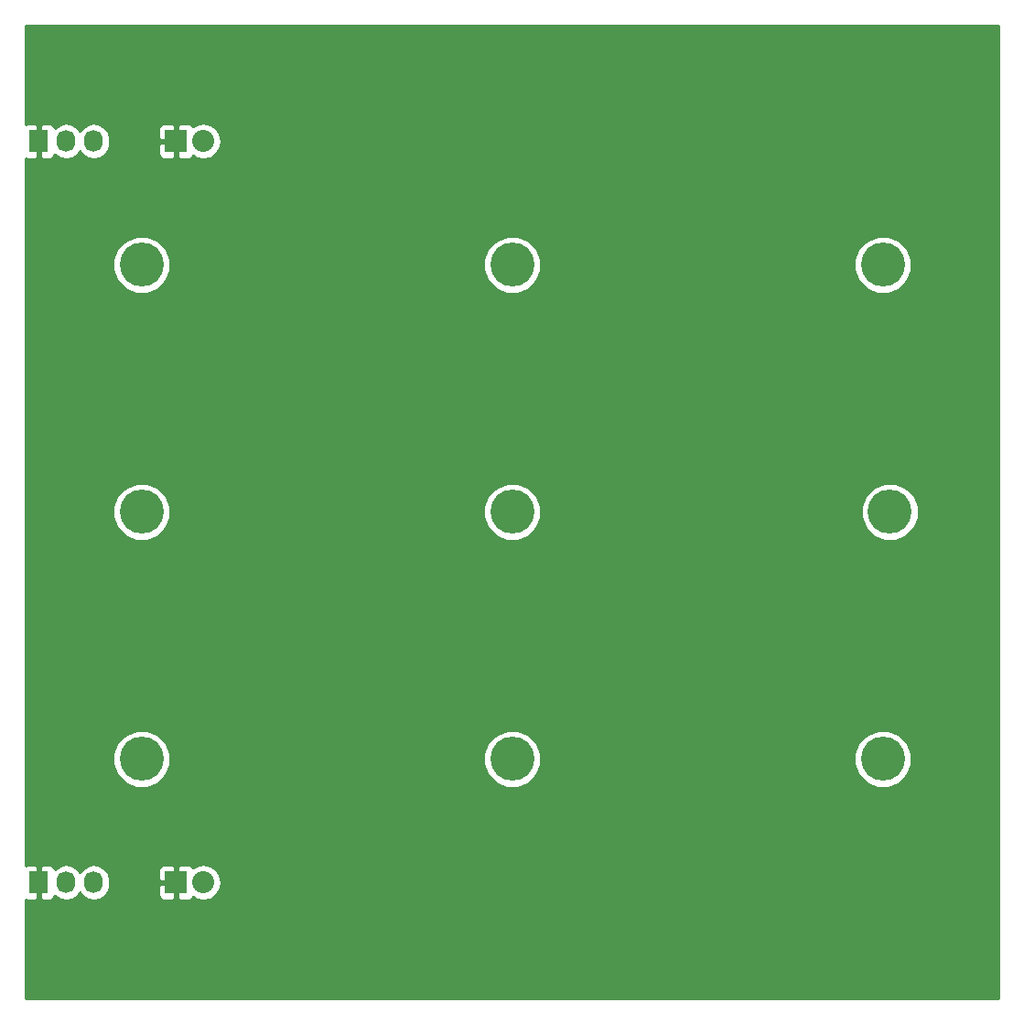
<source format=gbl>
G04 #@! TF.FileFunction,Copper,L2,Bot,Signal*
%FSLAX46Y46*%
G04 Gerber Fmt 4.6, Leading zero omitted, Abs format (unit mm)*
G04 Created by KiCad (PCBNEW 4.0.2+e4-6225~38~ubuntu15.10.1-stable) date Sat 25 Jun 2016 03:23:57 PM EDT*
%MOMM*%
G01*
G04 APERTURE LIST*
%ADD10C,0.100000*%
%ADD11R,2.032000X2.032000*%
%ADD12O,2.032000X2.032000*%
%ADD13R,1.727200X2.032000*%
%ADD14O,1.727200X2.032000*%
%ADD15C,4.064000*%
%ADD16C,0.600000*%
%ADD17C,0.254000*%
G04 APERTURE END LIST*
D10*
D11*
X14605000Y80010000D03*
D12*
X17145000Y80010000D03*
D13*
X1905000Y80010000D03*
D14*
X4445000Y80010000D03*
X6985000Y80010000D03*
D13*
X1905000Y11430000D03*
D14*
X4445000Y11430000D03*
X6985000Y11430000D03*
D11*
X14605000Y11430000D03*
D12*
X17145000Y11430000D03*
D15*
X45720000Y68580000D03*
X80010000Y68580000D03*
X11430000Y68580000D03*
X45720000Y45720000D03*
X45720000Y22860000D03*
X80645000Y45720000D03*
X80010000Y22860000D03*
X11430000Y22860000D03*
X11430000Y45720000D03*
D16*
X76835000Y10160000D03*
X83185000Y12700000D03*
X76835000Y33020000D03*
X83185000Y35560000D03*
X76835000Y78740000D03*
X83185000Y81280000D03*
X76835000Y55880000D03*
X71755000Y58420000D03*
X83185000Y58420000D03*
X88265000Y10160000D03*
X71755000Y12700000D03*
X60325000Y12700000D03*
X48895000Y12700000D03*
X37465000Y12700000D03*
X26035000Y12700000D03*
X88265000Y33020000D03*
X71755000Y35560000D03*
X60325000Y35560000D03*
X48895000Y35560000D03*
X37465000Y35560000D03*
X26035000Y35560000D03*
X14605000Y35560000D03*
X3175000Y35560000D03*
X88265000Y55880000D03*
X60325000Y58420000D03*
X48895000Y58420000D03*
X37465000Y58420000D03*
X3175000Y58420000D03*
X26035000Y58420000D03*
X14605000Y58420000D03*
X88265000Y78740000D03*
X71755000Y81280000D03*
X60325000Y81280000D03*
X48895000Y81280000D03*
X37465000Y81280000D03*
X26035000Y81280000D03*
D17*
G36*
X90730000Y710000D02*
X710000Y710000D01*
X710000Y9863951D01*
X915090Y9779000D01*
X1619250Y9779000D01*
X1778000Y9937750D01*
X1778000Y11303000D01*
X1758000Y11303000D01*
X1758000Y11557000D01*
X1778000Y11557000D01*
X1778000Y12922250D01*
X2032000Y12922250D01*
X2032000Y11557000D01*
X2052000Y11557000D01*
X2052000Y11303000D01*
X2032000Y11303000D01*
X2032000Y9937750D01*
X2190750Y9779000D01*
X2894910Y9779000D01*
X3128299Y9875673D01*
X3306927Y10054302D01*
X3370500Y10207780D01*
X3385330Y10185585D01*
X3871511Y9860729D01*
X4445000Y9746655D01*
X5018489Y9860729D01*
X5504670Y10185585D01*
X5715000Y10500366D01*
X5925330Y10185585D01*
X6411511Y9860729D01*
X6985000Y9746655D01*
X7558489Y9860729D01*
X8044670Y10185585D01*
X8369526Y10671766D01*
X8463508Y11144250D01*
X12954000Y11144250D01*
X12954000Y10287691D01*
X13050673Y10054302D01*
X13229301Y9875673D01*
X13462690Y9779000D01*
X14319250Y9779000D01*
X14478000Y9937750D01*
X14478000Y11303000D01*
X13112750Y11303000D01*
X12954000Y11144250D01*
X8463508Y11144250D01*
X8483600Y11245255D01*
X8483600Y11614745D01*
X8369526Y12188234D01*
X8112896Y12572309D01*
X12954000Y12572309D01*
X12954000Y11715750D01*
X13112750Y11557000D01*
X14478000Y11557000D01*
X14478000Y12922250D01*
X14732000Y12922250D01*
X14732000Y11557000D01*
X14752000Y11557000D01*
X14752000Y11303000D01*
X14732000Y11303000D01*
X14732000Y9937750D01*
X14890750Y9779000D01*
X15747310Y9779000D01*
X15980699Y9875673D01*
X16159327Y10054302D01*
X16176999Y10096966D01*
X16513190Y9872330D01*
X17145000Y9746655D01*
X17776810Y9872330D01*
X18312433Y10230222D01*
X18670325Y10765845D01*
X18796000Y11397655D01*
X18796000Y11462345D01*
X18670325Y12094155D01*
X18312433Y12629778D01*
X17776810Y12987670D01*
X17145000Y13113345D01*
X16513190Y12987670D01*
X16176999Y12763034D01*
X16159327Y12805698D01*
X15980699Y12984327D01*
X15747310Y13081000D01*
X14890750Y13081000D01*
X14732000Y12922250D01*
X14478000Y12922250D01*
X14319250Y13081000D01*
X13462690Y13081000D01*
X13229301Y12984327D01*
X13050673Y12805698D01*
X12954000Y12572309D01*
X8112896Y12572309D01*
X8044670Y12674415D01*
X7558489Y12999271D01*
X6985000Y13113345D01*
X6411511Y12999271D01*
X5925330Y12674415D01*
X5715000Y12359634D01*
X5504670Y12674415D01*
X5018489Y12999271D01*
X4445000Y13113345D01*
X3871511Y12999271D01*
X3385330Y12674415D01*
X3370500Y12652220D01*
X3306927Y12805698D01*
X3128299Y12984327D01*
X2894910Y13081000D01*
X2190750Y13081000D01*
X2032000Y12922250D01*
X1778000Y12922250D01*
X1619250Y13081000D01*
X915090Y13081000D01*
X710000Y12996049D01*
X710000Y22331828D01*
X8762538Y22331828D01*
X9167709Y21351239D01*
X9917293Y20600345D01*
X10897173Y20193464D01*
X11958172Y20192538D01*
X12938761Y20597709D01*
X13689655Y21347293D01*
X14096536Y22327173D01*
X14096540Y22331828D01*
X43052538Y22331828D01*
X43457709Y21351239D01*
X44207293Y20600345D01*
X45187173Y20193464D01*
X46248172Y20192538D01*
X47228761Y20597709D01*
X47979655Y21347293D01*
X48386536Y22327173D01*
X48386540Y22331828D01*
X77342538Y22331828D01*
X77747709Y21351239D01*
X78497293Y20600345D01*
X79477173Y20193464D01*
X80538172Y20192538D01*
X81518761Y20597709D01*
X82269655Y21347293D01*
X82676536Y22327173D01*
X82677462Y23388172D01*
X82272291Y24368761D01*
X81522707Y25119655D01*
X80542827Y25526536D01*
X79481828Y25527462D01*
X78501239Y25122291D01*
X77750345Y24372707D01*
X77343464Y23392827D01*
X77342538Y22331828D01*
X48386540Y22331828D01*
X48387462Y23388172D01*
X47982291Y24368761D01*
X47232707Y25119655D01*
X46252827Y25526536D01*
X45191828Y25527462D01*
X44211239Y25122291D01*
X43460345Y24372707D01*
X43053464Y23392827D01*
X43052538Y22331828D01*
X14096540Y22331828D01*
X14097462Y23388172D01*
X13692291Y24368761D01*
X12942707Y25119655D01*
X11962827Y25526536D01*
X10901828Y25527462D01*
X9921239Y25122291D01*
X9170345Y24372707D01*
X8763464Y23392827D01*
X8762538Y22331828D01*
X710000Y22331828D01*
X710000Y45191828D01*
X8762538Y45191828D01*
X9167709Y44211239D01*
X9917293Y43460345D01*
X10897173Y43053464D01*
X11958172Y43052538D01*
X12938761Y43457709D01*
X13689655Y44207293D01*
X14096536Y45187173D01*
X14096540Y45191828D01*
X43052538Y45191828D01*
X43457709Y44211239D01*
X44207293Y43460345D01*
X45187173Y43053464D01*
X46248172Y43052538D01*
X47228761Y43457709D01*
X47979655Y44207293D01*
X48386536Y45187173D01*
X48386540Y45191828D01*
X77977538Y45191828D01*
X78382709Y44211239D01*
X79132293Y43460345D01*
X80112173Y43053464D01*
X81173172Y43052538D01*
X82153761Y43457709D01*
X82904655Y44207293D01*
X83311536Y45187173D01*
X83312462Y46248172D01*
X82907291Y47228761D01*
X82157707Y47979655D01*
X81177827Y48386536D01*
X80116828Y48387462D01*
X79136239Y47982291D01*
X78385345Y47232707D01*
X77978464Y46252827D01*
X77977538Y45191828D01*
X48386540Y45191828D01*
X48387462Y46248172D01*
X47982291Y47228761D01*
X47232707Y47979655D01*
X46252827Y48386536D01*
X45191828Y48387462D01*
X44211239Y47982291D01*
X43460345Y47232707D01*
X43053464Y46252827D01*
X43052538Y45191828D01*
X14096540Y45191828D01*
X14097462Y46248172D01*
X13692291Y47228761D01*
X12942707Y47979655D01*
X11962827Y48386536D01*
X10901828Y48387462D01*
X9921239Y47982291D01*
X9170345Y47232707D01*
X8763464Y46252827D01*
X8762538Y45191828D01*
X710000Y45191828D01*
X710000Y68051828D01*
X8762538Y68051828D01*
X9167709Y67071239D01*
X9917293Y66320345D01*
X10897173Y65913464D01*
X11958172Y65912538D01*
X12938761Y66317709D01*
X13689655Y67067293D01*
X14096536Y68047173D01*
X14096540Y68051828D01*
X43052538Y68051828D01*
X43457709Y67071239D01*
X44207293Y66320345D01*
X45187173Y65913464D01*
X46248172Y65912538D01*
X47228761Y66317709D01*
X47979655Y67067293D01*
X48386536Y68047173D01*
X48386540Y68051828D01*
X77342538Y68051828D01*
X77747709Y67071239D01*
X78497293Y66320345D01*
X79477173Y65913464D01*
X80538172Y65912538D01*
X81518761Y66317709D01*
X82269655Y67067293D01*
X82676536Y68047173D01*
X82677462Y69108172D01*
X82272291Y70088761D01*
X81522707Y70839655D01*
X80542827Y71246536D01*
X79481828Y71247462D01*
X78501239Y70842291D01*
X77750345Y70092707D01*
X77343464Y69112827D01*
X77342538Y68051828D01*
X48386540Y68051828D01*
X48387462Y69108172D01*
X47982291Y70088761D01*
X47232707Y70839655D01*
X46252827Y71246536D01*
X45191828Y71247462D01*
X44211239Y70842291D01*
X43460345Y70092707D01*
X43053464Y69112827D01*
X43052538Y68051828D01*
X14096540Y68051828D01*
X14097462Y69108172D01*
X13692291Y70088761D01*
X12942707Y70839655D01*
X11962827Y71246536D01*
X10901828Y71247462D01*
X9921239Y70842291D01*
X9170345Y70092707D01*
X8763464Y69112827D01*
X8762538Y68051828D01*
X710000Y68051828D01*
X710000Y78443951D01*
X915090Y78359000D01*
X1619250Y78359000D01*
X1778000Y78517750D01*
X1778000Y79883000D01*
X1758000Y79883000D01*
X1758000Y80137000D01*
X1778000Y80137000D01*
X1778000Y81502250D01*
X2032000Y81502250D01*
X2032000Y80137000D01*
X2052000Y80137000D01*
X2052000Y79883000D01*
X2032000Y79883000D01*
X2032000Y78517750D01*
X2190750Y78359000D01*
X2894910Y78359000D01*
X3128299Y78455673D01*
X3306927Y78634302D01*
X3370500Y78787780D01*
X3385330Y78765585D01*
X3871511Y78440729D01*
X4445000Y78326655D01*
X5018489Y78440729D01*
X5504670Y78765585D01*
X5715000Y79080366D01*
X5925330Y78765585D01*
X6411511Y78440729D01*
X6985000Y78326655D01*
X7558489Y78440729D01*
X8044670Y78765585D01*
X8369526Y79251766D01*
X8463508Y79724250D01*
X12954000Y79724250D01*
X12954000Y78867691D01*
X13050673Y78634302D01*
X13229301Y78455673D01*
X13462690Y78359000D01*
X14319250Y78359000D01*
X14478000Y78517750D01*
X14478000Y79883000D01*
X13112750Y79883000D01*
X12954000Y79724250D01*
X8463508Y79724250D01*
X8483600Y79825255D01*
X8483600Y80194745D01*
X8369526Y80768234D01*
X8112896Y81152309D01*
X12954000Y81152309D01*
X12954000Y80295750D01*
X13112750Y80137000D01*
X14478000Y80137000D01*
X14478000Y81502250D01*
X14732000Y81502250D01*
X14732000Y80137000D01*
X14752000Y80137000D01*
X14752000Y79883000D01*
X14732000Y79883000D01*
X14732000Y78517750D01*
X14890750Y78359000D01*
X15747310Y78359000D01*
X15980699Y78455673D01*
X16159327Y78634302D01*
X16176999Y78676966D01*
X16513190Y78452330D01*
X17145000Y78326655D01*
X17776810Y78452330D01*
X18312433Y78810222D01*
X18670325Y79345845D01*
X18796000Y79977655D01*
X18796000Y80042345D01*
X18670325Y80674155D01*
X18312433Y81209778D01*
X17776810Y81567670D01*
X17145000Y81693345D01*
X16513190Y81567670D01*
X16176999Y81343034D01*
X16159327Y81385698D01*
X15980699Y81564327D01*
X15747310Y81661000D01*
X14890750Y81661000D01*
X14732000Y81502250D01*
X14478000Y81502250D01*
X14319250Y81661000D01*
X13462690Y81661000D01*
X13229301Y81564327D01*
X13050673Y81385698D01*
X12954000Y81152309D01*
X8112896Y81152309D01*
X8044670Y81254415D01*
X7558489Y81579271D01*
X6985000Y81693345D01*
X6411511Y81579271D01*
X5925330Y81254415D01*
X5715000Y80939634D01*
X5504670Y81254415D01*
X5018489Y81579271D01*
X4445000Y81693345D01*
X3871511Y81579271D01*
X3385330Y81254415D01*
X3370500Y81232220D01*
X3306927Y81385698D01*
X3128299Y81564327D01*
X2894910Y81661000D01*
X2190750Y81661000D01*
X2032000Y81502250D01*
X1778000Y81502250D01*
X1619250Y81661000D01*
X915090Y81661000D01*
X710000Y81576049D01*
X710000Y90730000D01*
X90730000Y90730000D01*
X90730000Y710000D01*
X90730000Y710000D01*
G37*
X90730000Y710000D02*
X710000Y710000D01*
X710000Y9863951D01*
X915090Y9779000D01*
X1619250Y9779000D01*
X1778000Y9937750D01*
X1778000Y11303000D01*
X1758000Y11303000D01*
X1758000Y11557000D01*
X1778000Y11557000D01*
X1778000Y12922250D01*
X2032000Y12922250D01*
X2032000Y11557000D01*
X2052000Y11557000D01*
X2052000Y11303000D01*
X2032000Y11303000D01*
X2032000Y9937750D01*
X2190750Y9779000D01*
X2894910Y9779000D01*
X3128299Y9875673D01*
X3306927Y10054302D01*
X3370500Y10207780D01*
X3385330Y10185585D01*
X3871511Y9860729D01*
X4445000Y9746655D01*
X5018489Y9860729D01*
X5504670Y10185585D01*
X5715000Y10500366D01*
X5925330Y10185585D01*
X6411511Y9860729D01*
X6985000Y9746655D01*
X7558489Y9860729D01*
X8044670Y10185585D01*
X8369526Y10671766D01*
X8463508Y11144250D01*
X12954000Y11144250D01*
X12954000Y10287691D01*
X13050673Y10054302D01*
X13229301Y9875673D01*
X13462690Y9779000D01*
X14319250Y9779000D01*
X14478000Y9937750D01*
X14478000Y11303000D01*
X13112750Y11303000D01*
X12954000Y11144250D01*
X8463508Y11144250D01*
X8483600Y11245255D01*
X8483600Y11614745D01*
X8369526Y12188234D01*
X8112896Y12572309D01*
X12954000Y12572309D01*
X12954000Y11715750D01*
X13112750Y11557000D01*
X14478000Y11557000D01*
X14478000Y12922250D01*
X14732000Y12922250D01*
X14732000Y11557000D01*
X14752000Y11557000D01*
X14752000Y11303000D01*
X14732000Y11303000D01*
X14732000Y9937750D01*
X14890750Y9779000D01*
X15747310Y9779000D01*
X15980699Y9875673D01*
X16159327Y10054302D01*
X16176999Y10096966D01*
X16513190Y9872330D01*
X17145000Y9746655D01*
X17776810Y9872330D01*
X18312433Y10230222D01*
X18670325Y10765845D01*
X18796000Y11397655D01*
X18796000Y11462345D01*
X18670325Y12094155D01*
X18312433Y12629778D01*
X17776810Y12987670D01*
X17145000Y13113345D01*
X16513190Y12987670D01*
X16176999Y12763034D01*
X16159327Y12805698D01*
X15980699Y12984327D01*
X15747310Y13081000D01*
X14890750Y13081000D01*
X14732000Y12922250D01*
X14478000Y12922250D01*
X14319250Y13081000D01*
X13462690Y13081000D01*
X13229301Y12984327D01*
X13050673Y12805698D01*
X12954000Y12572309D01*
X8112896Y12572309D01*
X8044670Y12674415D01*
X7558489Y12999271D01*
X6985000Y13113345D01*
X6411511Y12999271D01*
X5925330Y12674415D01*
X5715000Y12359634D01*
X5504670Y12674415D01*
X5018489Y12999271D01*
X4445000Y13113345D01*
X3871511Y12999271D01*
X3385330Y12674415D01*
X3370500Y12652220D01*
X3306927Y12805698D01*
X3128299Y12984327D01*
X2894910Y13081000D01*
X2190750Y13081000D01*
X2032000Y12922250D01*
X1778000Y12922250D01*
X1619250Y13081000D01*
X915090Y13081000D01*
X710000Y12996049D01*
X710000Y22331828D01*
X8762538Y22331828D01*
X9167709Y21351239D01*
X9917293Y20600345D01*
X10897173Y20193464D01*
X11958172Y20192538D01*
X12938761Y20597709D01*
X13689655Y21347293D01*
X14096536Y22327173D01*
X14096540Y22331828D01*
X43052538Y22331828D01*
X43457709Y21351239D01*
X44207293Y20600345D01*
X45187173Y20193464D01*
X46248172Y20192538D01*
X47228761Y20597709D01*
X47979655Y21347293D01*
X48386536Y22327173D01*
X48386540Y22331828D01*
X77342538Y22331828D01*
X77747709Y21351239D01*
X78497293Y20600345D01*
X79477173Y20193464D01*
X80538172Y20192538D01*
X81518761Y20597709D01*
X82269655Y21347293D01*
X82676536Y22327173D01*
X82677462Y23388172D01*
X82272291Y24368761D01*
X81522707Y25119655D01*
X80542827Y25526536D01*
X79481828Y25527462D01*
X78501239Y25122291D01*
X77750345Y24372707D01*
X77343464Y23392827D01*
X77342538Y22331828D01*
X48386540Y22331828D01*
X48387462Y23388172D01*
X47982291Y24368761D01*
X47232707Y25119655D01*
X46252827Y25526536D01*
X45191828Y25527462D01*
X44211239Y25122291D01*
X43460345Y24372707D01*
X43053464Y23392827D01*
X43052538Y22331828D01*
X14096540Y22331828D01*
X14097462Y23388172D01*
X13692291Y24368761D01*
X12942707Y25119655D01*
X11962827Y25526536D01*
X10901828Y25527462D01*
X9921239Y25122291D01*
X9170345Y24372707D01*
X8763464Y23392827D01*
X8762538Y22331828D01*
X710000Y22331828D01*
X710000Y45191828D01*
X8762538Y45191828D01*
X9167709Y44211239D01*
X9917293Y43460345D01*
X10897173Y43053464D01*
X11958172Y43052538D01*
X12938761Y43457709D01*
X13689655Y44207293D01*
X14096536Y45187173D01*
X14096540Y45191828D01*
X43052538Y45191828D01*
X43457709Y44211239D01*
X44207293Y43460345D01*
X45187173Y43053464D01*
X46248172Y43052538D01*
X47228761Y43457709D01*
X47979655Y44207293D01*
X48386536Y45187173D01*
X48386540Y45191828D01*
X77977538Y45191828D01*
X78382709Y44211239D01*
X79132293Y43460345D01*
X80112173Y43053464D01*
X81173172Y43052538D01*
X82153761Y43457709D01*
X82904655Y44207293D01*
X83311536Y45187173D01*
X83312462Y46248172D01*
X82907291Y47228761D01*
X82157707Y47979655D01*
X81177827Y48386536D01*
X80116828Y48387462D01*
X79136239Y47982291D01*
X78385345Y47232707D01*
X77978464Y46252827D01*
X77977538Y45191828D01*
X48386540Y45191828D01*
X48387462Y46248172D01*
X47982291Y47228761D01*
X47232707Y47979655D01*
X46252827Y48386536D01*
X45191828Y48387462D01*
X44211239Y47982291D01*
X43460345Y47232707D01*
X43053464Y46252827D01*
X43052538Y45191828D01*
X14096540Y45191828D01*
X14097462Y46248172D01*
X13692291Y47228761D01*
X12942707Y47979655D01*
X11962827Y48386536D01*
X10901828Y48387462D01*
X9921239Y47982291D01*
X9170345Y47232707D01*
X8763464Y46252827D01*
X8762538Y45191828D01*
X710000Y45191828D01*
X710000Y68051828D01*
X8762538Y68051828D01*
X9167709Y67071239D01*
X9917293Y66320345D01*
X10897173Y65913464D01*
X11958172Y65912538D01*
X12938761Y66317709D01*
X13689655Y67067293D01*
X14096536Y68047173D01*
X14096540Y68051828D01*
X43052538Y68051828D01*
X43457709Y67071239D01*
X44207293Y66320345D01*
X45187173Y65913464D01*
X46248172Y65912538D01*
X47228761Y66317709D01*
X47979655Y67067293D01*
X48386536Y68047173D01*
X48386540Y68051828D01*
X77342538Y68051828D01*
X77747709Y67071239D01*
X78497293Y66320345D01*
X79477173Y65913464D01*
X80538172Y65912538D01*
X81518761Y66317709D01*
X82269655Y67067293D01*
X82676536Y68047173D01*
X82677462Y69108172D01*
X82272291Y70088761D01*
X81522707Y70839655D01*
X80542827Y71246536D01*
X79481828Y71247462D01*
X78501239Y70842291D01*
X77750345Y70092707D01*
X77343464Y69112827D01*
X77342538Y68051828D01*
X48386540Y68051828D01*
X48387462Y69108172D01*
X47982291Y70088761D01*
X47232707Y70839655D01*
X46252827Y71246536D01*
X45191828Y71247462D01*
X44211239Y70842291D01*
X43460345Y70092707D01*
X43053464Y69112827D01*
X43052538Y68051828D01*
X14096540Y68051828D01*
X14097462Y69108172D01*
X13692291Y70088761D01*
X12942707Y70839655D01*
X11962827Y71246536D01*
X10901828Y71247462D01*
X9921239Y70842291D01*
X9170345Y70092707D01*
X8763464Y69112827D01*
X8762538Y68051828D01*
X710000Y68051828D01*
X710000Y78443951D01*
X915090Y78359000D01*
X1619250Y78359000D01*
X1778000Y78517750D01*
X1778000Y79883000D01*
X1758000Y79883000D01*
X1758000Y80137000D01*
X1778000Y80137000D01*
X1778000Y81502250D01*
X2032000Y81502250D01*
X2032000Y80137000D01*
X2052000Y80137000D01*
X2052000Y79883000D01*
X2032000Y79883000D01*
X2032000Y78517750D01*
X2190750Y78359000D01*
X2894910Y78359000D01*
X3128299Y78455673D01*
X3306927Y78634302D01*
X3370500Y78787780D01*
X3385330Y78765585D01*
X3871511Y78440729D01*
X4445000Y78326655D01*
X5018489Y78440729D01*
X5504670Y78765585D01*
X5715000Y79080366D01*
X5925330Y78765585D01*
X6411511Y78440729D01*
X6985000Y78326655D01*
X7558489Y78440729D01*
X8044670Y78765585D01*
X8369526Y79251766D01*
X8463508Y79724250D01*
X12954000Y79724250D01*
X12954000Y78867691D01*
X13050673Y78634302D01*
X13229301Y78455673D01*
X13462690Y78359000D01*
X14319250Y78359000D01*
X14478000Y78517750D01*
X14478000Y79883000D01*
X13112750Y79883000D01*
X12954000Y79724250D01*
X8463508Y79724250D01*
X8483600Y79825255D01*
X8483600Y80194745D01*
X8369526Y80768234D01*
X8112896Y81152309D01*
X12954000Y81152309D01*
X12954000Y80295750D01*
X13112750Y80137000D01*
X14478000Y80137000D01*
X14478000Y81502250D01*
X14732000Y81502250D01*
X14732000Y80137000D01*
X14752000Y80137000D01*
X14752000Y79883000D01*
X14732000Y79883000D01*
X14732000Y78517750D01*
X14890750Y78359000D01*
X15747310Y78359000D01*
X15980699Y78455673D01*
X16159327Y78634302D01*
X16176999Y78676966D01*
X16513190Y78452330D01*
X17145000Y78326655D01*
X17776810Y78452330D01*
X18312433Y78810222D01*
X18670325Y79345845D01*
X18796000Y79977655D01*
X18796000Y80042345D01*
X18670325Y80674155D01*
X18312433Y81209778D01*
X17776810Y81567670D01*
X17145000Y81693345D01*
X16513190Y81567670D01*
X16176999Y81343034D01*
X16159327Y81385698D01*
X15980699Y81564327D01*
X15747310Y81661000D01*
X14890750Y81661000D01*
X14732000Y81502250D01*
X14478000Y81502250D01*
X14319250Y81661000D01*
X13462690Y81661000D01*
X13229301Y81564327D01*
X13050673Y81385698D01*
X12954000Y81152309D01*
X8112896Y81152309D01*
X8044670Y81254415D01*
X7558489Y81579271D01*
X6985000Y81693345D01*
X6411511Y81579271D01*
X5925330Y81254415D01*
X5715000Y80939634D01*
X5504670Y81254415D01*
X5018489Y81579271D01*
X4445000Y81693345D01*
X3871511Y81579271D01*
X3385330Y81254415D01*
X3370500Y81232220D01*
X3306927Y81385698D01*
X3128299Y81564327D01*
X2894910Y81661000D01*
X2190750Y81661000D01*
X2032000Y81502250D01*
X1778000Y81502250D01*
X1619250Y81661000D01*
X915090Y81661000D01*
X710000Y81576049D01*
X710000Y90730000D01*
X90730000Y90730000D01*
X90730000Y710000D01*
M02*

</source>
